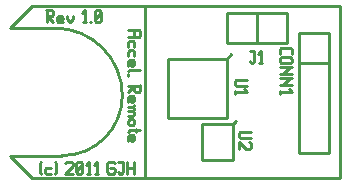
<source format=gbr>
G04 start of page 7 for group -4079 idx -4079 *
G04 Title: (unknown), topsilk *
G04 Creator: pcb 20091103 *
G04 CreationDate: Mon 21 Mar 2011 05:54:21 AM GMT UTC *
G04 For: gjhurlbu *
G04 Format: Gerber/RS-274X *
G04 PCB-Dimensions: 600000 500000 *
G04 PCB-Coordinate-Origin: lower left *
%MOIN*%
%FSLAX25Y25*%
%LNFRONTSILK*%
%ADD11C,0.0100*%
G54D11*X22500Y407500D02*X125000D01*
X60000Y465000D02*Y407500D01*
X22500Y465000D02*X125000D01*
Y407500D02*Y465000D01*
X32500Y415000D02*X15000D01*
Y457500D02*X32500D01*
X15000D02*X22500Y465000D01*
X15000Y415000D02*X22500Y407500D01*
X32500Y415000D02*G75*G03X52500Y435000I0J20000D01*G01*
G75*G03X30000Y457500I-22500J0D01*G01*
X27000Y463500D02*X29000D01*
X29500Y463000D01*
Y462000D01*
X29000Y461500D02*X29500Y462000D01*
X27500Y461500D02*X29000D01*
X27500Y463500D02*Y459500D01*
Y461500D02*X29500Y459500D01*
X31201D02*X32701D01*
X30701Y460000D02*X31201Y459500D01*
X30701Y461000D02*Y460000D01*
Y461000D02*X31201Y461500D01*
X32201D01*
X32701Y461000D01*
X30701Y460500D02*X32701D01*
Y461000D02*Y460500D01*
X33902Y461500D02*Y460500D01*
X34902Y459500D01*
X35902Y460500D01*
Y461500D02*Y460500D01*
X39403Y459500D02*X40403D01*
X39903Y463500D02*Y459500D01*
X38903Y462500D02*X39903Y463500D01*
X41604Y459500D02*X42104D01*
X43305Y460000D02*X43805Y459500D01*
X43305Y463000D02*Y460000D01*
Y463000D02*X43805Y463500D01*
X44805D01*
X45305Y463000D01*
Y460000D01*
X44805Y459500D02*X45305Y460000D01*
X43805Y459500D02*X44805D01*
X43305Y460500D02*X45305Y462500D01*
X25000Y409500D02*X25500Y409000D01*
X25000Y412500D02*X25500Y413000D01*
X25000Y412500D02*Y409500D01*
X27201Y411000D02*X28701D01*
X26701Y410500D02*X27201Y411000D01*
X26701Y410500D02*Y409500D01*
X27201Y409000D01*
X28701D01*
X29902Y413000D02*X30402Y412500D01*
Y409500D01*
X29902Y409000D02*X30402Y409500D01*
X33403Y412500D02*X33903Y413000D01*
X35403D01*
X35903Y412500D01*
Y411500D01*
X33403Y409000D02*X35903Y411500D01*
X33403Y409000D02*X35903D01*
X37104Y409500D02*X37604Y409000D01*
X37104Y412500D02*Y409500D01*
Y412500D02*X37604Y413000D01*
X38604D01*
X39104Y412500D01*
Y409500D01*
X38604Y409000D02*X39104Y409500D01*
X37604Y409000D02*X38604D01*
X37104Y410000D02*X39104Y412000D01*
X40805Y409000D02*X41805D01*
X41305Y413000D02*Y409000D01*
X40305Y412000D02*X41305Y413000D01*
X43506Y409000D02*X44506D01*
X44006Y413000D02*Y409000D01*
X43006Y412000D02*X44006Y413000D01*
X49507D02*X50007Y412500D01*
X48007Y413000D02*X49507D01*
X47507Y412500D02*X48007Y413000D01*
X47507Y412500D02*Y409500D01*
X48007Y409000D01*
X49507D01*
X50007Y409500D01*
Y410500D02*Y409500D01*
X49507Y411000D02*X50007Y410500D01*
X48507Y411000D02*X49507D01*
X51208Y413000D02*X52708D01*
Y409500D01*
X52208Y409000D02*X52708Y409500D01*
X51708Y409000D02*X52208D01*
X51208Y409500D02*X51708Y409000D01*
X53909Y413000D02*Y409000D01*
X56409Y413000D02*Y409000D01*
X53909Y411000D02*X56409D01*
X27000Y463500D02*X29000D01*
X29500Y463000D01*
Y462000D01*
X29000Y461500D02*X29500Y462000D01*
X27500Y461500D02*X29000D01*
X27500Y463500D02*Y459500D01*
Y461500D02*X29500Y459500D01*
X31201D02*X32701D01*
X30701Y460000D02*X31201Y459500D01*
X30701Y461000D02*Y460000D01*
Y461000D02*X31201Y461500D01*
X32201D01*
X32701Y461000D01*
X30701Y460500D02*X32701D01*
Y461000D02*Y460500D01*
X33902Y461500D02*Y460500D01*
X34902Y459500D01*
X35902Y460500D01*
Y461500D02*Y460500D01*
X39403Y459500D02*X40403D01*
X39903Y463500D02*Y459500D01*
X38903Y462500D02*X39903Y463500D01*
X41604Y459500D02*X42104D01*
X43305Y460000D02*X43805Y459500D01*
X43305Y463000D02*Y460000D01*
Y463000D02*X43805Y463500D01*
X44805D01*
X45305Y463000D01*
Y460000D01*
X44805Y459500D02*X45305Y460000D01*
X43805Y459500D02*X44805D01*
X43305Y460500D02*X45305Y462500D01*
X54500Y457000D02*X58000D01*
X58500Y456500D01*
Y455000D01*
X58000Y454500D01*
X54500D02*X58000D01*
X56500Y457000D02*Y454500D01*
Y452799D02*Y451299D01*
X56000Y453299D02*X56500Y452799D01*
X55000Y453299D02*X56000D01*
X55000D02*X54500Y452799D01*
Y451299D01*
X56500Y449598D02*Y448098D01*
X56000Y450098D02*X56500Y449598D01*
X55000Y450098D02*X56000D01*
X55000D02*X54500Y449598D01*
Y448098D01*
Y446397D02*Y444897D01*
X55000Y446897D02*X54500Y446397D01*
X55000Y446897D02*X56000D01*
X56500Y446397D01*
Y445397D01*
X56000Y444897D01*
X55500Y446897D02*Y444897D01*
X56000D01*
X55000Y443696D02*X58500D01*
X55000D02*X54500Y443196D01*
Y442195D02*Y441695D01*
X58500Y438694D02*Y436694D01*
X58000Y436194D01*
X57000D02*X58000D01*
X56500Y436694D02*X57000Y436194D01*
X56500Y438194D02*Y436694D01*
X54500Y438194D02*X58500D01*
X56500D02*X54500Y436194D01*
Y434493D02*Y432993D01*
X55000Y434993D02*X54500Y434493D01*
X55000Y434993D02*X56000D01*
X56500Y434493D01*
Y433493D01*
X56000Y432993D01*
X55500Y434993D02*Y432993D01*
X56000D01*
X54500Y431292D02*X56000D01*
X56500Y430792D01*
Y430292D01*
X56000Y429792D01*
X54500D02*X56000D01*
X56500Y429292D01*
Y428792D01*
X56000Y428292D01*
X54500D02*X56000D01*
X56500Y431792D02*X56000Y431292D01*
X55000Y427091D02*X56000D01*
X56500Y426591D01*
Y425591D01*
X56000Y425091D01*
X55000D02*X56000D01*
X54500Y425591D02*X55000Y425091D01*
X54500Y426591D02*Y425591D01*
X55000Y427091D02*X54500Y426591D01*
X55000Y423390D02*X58500D01*
X55000D02*X54500Y422890D01*
X57000Y423890D02*Y422890D01*
X54500Y421389D02*Y419889D01*
X55000Y421889D02*X54500Y421389D01*
X55000Y421889D02*X56000D01*
X56500Y421389D01*
Y420389D01*
X56000Y419889D01*
X55500Y421889D02*Y419889D01*
X56000D01*
X87358Y447358D02*X88858Y448858D01*
X67642Y447358D02*Y427642D01*
Y447358D02*X87358D01*
Y427642D01*
X67642D02*X87358D01*
X87500Y462500D02*X97500D01*
Y452500D01*
X87500Y462500D02*Y452500D01*
Y462500D02*X107500D01*
Y452500D01*
X87500D02*X107500D01*
X121500Y446000D02*Y456000D01*
X111500Y446000D02*X121500D01*
Y456000D02*X111500D01*
X121500Y416000D02*Y456000D01*
X111500Y416000D02*X121500D01*
X111500Y456000D02*Y416000D01*
X89500Y425500D02*Y413600D01*
X78900Y425500D02*X89500D01*
X78900D02*Y413600D01*
X89500D01*
Y425500D02*X90500Y426500D01*
X90408Y440358D02*X93908D01*
X90408D02*X89908Y439858D01*
Y438858D01*
X90408Y438358D01*
X93908D01*
X89908Y436657D02*Y435657D01*
Y436157D02*X93908D01*
X92908Y437157D02*X93908Y436157D01*
X95000Y450000D02*X96500D01*
Y446500D01*
X96000Y446000D02*X96500Y446500D01*
X95500Y446000D02*X96000D01*
X95000Y446500D02*X95500Y446000D01*
X98201D02*X99201D01*
X98701Y450000D02*Y446000D01*
X97701Y449000D02*X98701Y450000D01*
X91800Y422900D02*X95300D01*
X91800D02*X91300Y422400D01*
Y421400D01*
X91800Y420900D01*
X95300D01*
X94800Y419699D02*X95300Y419199D01*
Y417699D01*
X94800Y417199D01*
X93800D02*X94800D01*
X91300Y419699D02*X93800Y417199D01*
X91300Y419699D02*Y417199D01*
X105000Y450500D02*Y449000D01*
X105500Y451000D02*X105000Y450500D01*
X105500Y451000D02*X108500D01*
X109000Y450500D01*
Y449000D01*
X105500Y447799D02*X108500D01*
X109000Y447299D01*
Y446299D01*
X108500Y445799D01*
X105500D02*X108500D01*
X105000Y446299D02*X105500Y445799D01*
X105000Y447299D02*Y446299D01*
X105500Y447799D02*X105000Y447299D01*
Y444598D02*X109000D01*
X108500D02*X109000D01*
X108500D02*X106000Y442098D01*
X105000D02*X109000D01*
X105000Y440897D02*X109000D01*
X108500D02*X109000D01*
X108500D02*X106000Y438397D01*
X105000D02*X109000D01*
X105000Y436696D02*Y435696D01*
Y436196D02*X109000D01*
X108000Y437196D02*X109000Y436196D01*
M02*

</source>
